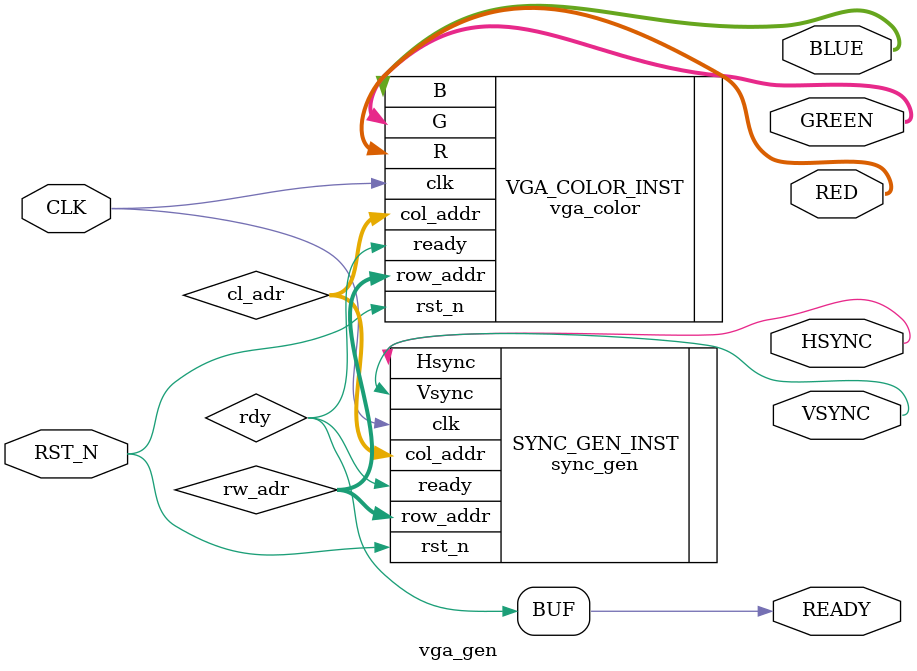
<source format=v>

module vga_gen(
    output [7:0] RED,
    output [7:0] GREEN,
    output [7:0] BLUE,
    output       HSYNC,
    output       VSYNC,
    output       READY,

    input        CLK,  // 74.25 MHz, for 1280 x 720 pixel clock
    input        RST_N
);

wire rdy;
wire [10:0] cl_adr;
wire [10:0] rw_adr;
assign READY = rdy;

sync_gen SYNC_GEN_INST(
    .Hsync(HSYNC),
    .Vsync(VSYNC),
    .ready(rdy),
    .col_addr(cl_adr),
    .row_addr(rw_adr),

    .clk(CLK),
    .rst_n(RST_N)
);

vga_color VGA_COLOR_INST(
    .R(RED),
    .G(GREEN),
    .B(BLUE),

    .clk(CLK),
    .rst_n(RST_N),
    .col_addr(cl_adr),
    .row_addr(rw_adr),
    .ready(rdy)
);

endmodule



</source>
